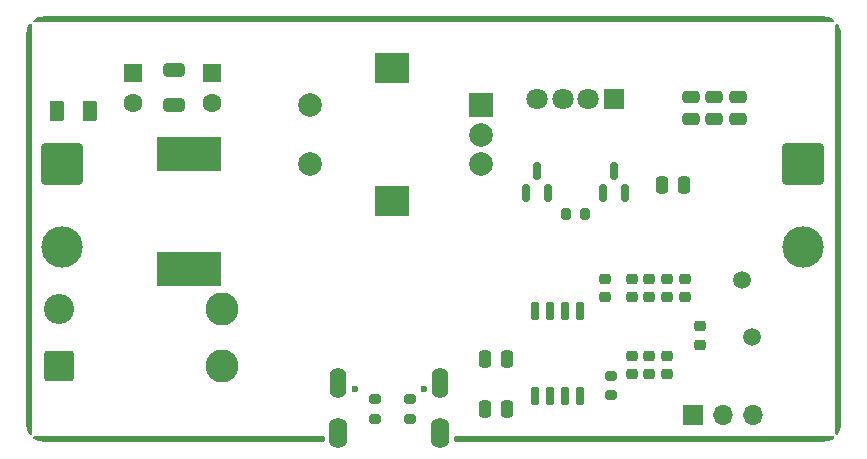
<source format=gbr>
%TF.GenerationSoftware,KiCad,Pcbnew,7.0.10-7.0.10~ubuntu22.04.1*%
%TF.CreationDate,2024-06-22T11:50:55+05:30*%
%TF.ProjectId,Light-CC,4c696768-742d-4434-932e-6b696361645f,rev?*%
%TF.SameCoordinates,PX4c4b400PY7270e00*%
%TF.FileFunction,Soldermask,Bot*%
%TF.FilePolarity,Negative*%
%FSLAX46Y46*%
G04 Gerber Fmt 4.6, Leading zero omitted, Abs format (unit mm)*
G04 Created by KiCad (PCBNEW 7.0.10-7.0.10~ubuntu22.04.1) date 2024-06-22 11:50:55*
%MOMM*%
%LPD*%
G01*
G04 APERTURE LIST*
G04 Aperture macros list*
%AMRoundRect*
0 Rectangle with rounded corners*
0 $1 Rounding radius*
0 $2 $3 $4 $5 $6 $7 $8 $9 X,Y pos of 4 corners*
0 Add a 4 corners polygon primitive as box body*
4,1,4,$2,$3,$4,$5,$6,$7,$8,$9,$2,$3,0*
0 Add four circle primitives for the rounded corners*
1,1,$1+$1,$2,$3*
1,1,$1+$1,$4,$5*
1,1,$1+$1,$6,$7*
1,1,$1+$1,$8,$9*
0 Add four rect primitives between the rounded corners*
20,1,$1+$1,$2,$3,$4,$5,0*
20,1,$1+$1,$4,$5,$6,$7,0*
20,1,$1+$1,$6,$7,$8,$9,0*
20,1,$1+$1,$8,$9,$2,$3,0*%
G04 Aperture macros list end*
%ADD10R,1.600000X1.600000*%
%ADD11C,1.600000*%
%ADD12R,1.700000X1.700000*%
%ADD13O,1.700000X1.700000*%
%ADD14C,0.600000*%
%ADD15O,1.400000X2.600000*%
%ADD16O,1.600000X2.600000*%
%ADD17RoundRect,0.250002X-1.499998X1.499998X-1.499998X-1.499998X1.499998X-1.499998X1.499998X1.499998X0*%
%ADD18C,3.500000*%
%ADD19C,2.800000*%
%ADD20RoundRect,0.249999X1.025001X-1.025001X1.025001X1.025001X-1.025001X1.025001X-1.025001X-1.025001X0*%
%ADD21C,2.550000*%
%ADD22RoundRect,0.225000X0.250000X-0.225000X0.250000X0.225000X-0.250000X0.225000X-0.250000X-0.225000X0*%
%ADD23RoundRect,0.150000X0.150000X-0.650000X0.150000X0.650000X-0.150000X0.650000X-0.150000X-0.650000X0*%
%ADD24RoundRect,0.250000X0.475000X-0.250000X0.475000X0.250000X-0.475000X0.250000X-0.475000X-0.250000X0*%
%ADD25RoundRect,0.250000X0.250000X0.475000X-0.250000X0.475000X-0.250000X-0.475000X0.250000X-0.475000X0*%
%ADD26RoundRect,0.250000X0.375000X0.625000X-0.375000X0.625000X-0.375000X-0.625000X0.375000X-0.625000X0*%
%ADD27RoundRect,0.225000X-0.250000X0.225000X-0.250000X-0.225000X0.250000X-0.225000X0.250000X0.225000X0*%
%ADD28RoundRect,0.150000X0.150000X-0.587500X0.150000X0.587500X-0.150000X0.587500X-0.150000X-0.587500X0*%
%ADD29RoundRect,0.250000X-0.250000X-0.475000X0.250000X-0.475000X0.250000X0.475000X-0.250000X0.475000X0*%
%ADD30RoundRect,0.250000X-0.650000X0.325000X-0.650000X-0.325000X0.650000X-0.325000X0.650000X0.325000X0*%
%ADD31R,2.000000X2.000000*%
%ADD32C,2.000000*%
%ADD33R,3.000000X2.500000*%
%ADD34RoundRect,0.200000X-0.275000X0.200000X-0.275000X-0.200000X0.275000X-0.200000X0.275000X0.200000X0*%
%ADD35RoundRect,0.200000X0.275000X-0.200000X0.275000X0.200000X-0.275000X0.200000X-0.275000X-0.200000X0*%
%ADD36R,1.800000X1.800000*%
%ADD37C,1.800000*%
%ADD38R,5.400000X2.900000*%
%ADD39C,1.500000*%
%ADD40RoundRect,0.200000X0.200000X0.275000X-0.200000X0.275000X-0.200000X-0.275000X0.200000X-0.275000X0*%
G04 APERTURE END LIST*
D10*
%TO.C,C8*%
X9000000Y31205112D03*
D11*
X9000000Y28705112D03*
%TD*%
D12*
%TO.C,J4*%
X56460000Y2250000D03*
D13*
X59000000Y2250000D03*
X61540000Y2250000D03*
%TD*%
D14*
%TO.C,J5*%
X27860000Y4450000D03*
X33640000Y4450000D03*
D15*
X26430000Y4930000D03*
D16*
X26430000Y760000D03*
D15*
X35070000Y4930000D03*
D16*
X35070000Y760000D03*
%TD*%
D10*
%TO.C,C7*%
X15750000Y31205112D03*
D11*
X15750000Y28705112D03*
%TD*%
D17*
%TO.C,J3*%
X3000000Y23500000D03*
D18*
X3000000Y16500000D03*
%TD*%
D17*
%TO.C,J1*%
X65750000Y23500000D03*
D18*
X65750000Y16500000D03*
%TD*%
D19*
%TO.C,J2*%
X16590000Y6450000D03*
X16590000Y11250000D03*
D20*
X2790000Y6450000D03*
D21*
X2790000Y11250000D03*
%TD*%
D22*
%TO.C,C19*%
X51250000Y5725000D03*
X51250000Y7275000D03*
%TD*%
D23*
%TO.C,U2*%
X46905000Y3900000D03*
X45635000Y3900000D03*
X44365000Y3900000D03*
X43095000Y3900000D03*
X43095000Y11100000D03*
X44365000Y11100000D03*
X45635000Y11100000D03*
X46905000Y11100000D03*
%TD*%
D24*
%TO.C,C2*%
X58250000Y27300000D03*
X58250000Y29200000D03*
%TD*%
D25*
%TO.C,C20*%
X40700000Y7000000D03*
X38800000Y7000000D03*
%TD*%
D26*
%TO.C,F1*%
X5400000Y28000000D03*
X2600000Y28000000D03*
%TD*%
D27*
%TO.C,C10*%
X51250000Y13775000D03*
X51250000Y12225000D03*
%TD*%
%TO.C,C18*%
X55750000Y13775000D03*
X55750000Y12225000D03*
%TD*%
D28*
%TO.C,Q4*%
X50700000Y21062500D03*
X48800000Y21062500D03*
X49750000Y22937500D03*
%TD*%
D27*
%TO.C,C14*%
X57000000Y9775000D03*
X57000000Y8225000D03*
%TD*%
D29*
%TO.C,C3*%
X53800000Y21750000D03*
X55700000Y21750000D03*
%TD*%
D30*
%TO.C,C9*%
X12500000Y31450000D03*
X12500000Y28500000D03*
%TD*%
D27*
%TO.C,C16*%
X52750000Y13775000D03*
X52750000Y12225000D03*
%TD*%
%TO.C,C17*%
X54250000Y13775000D03*
X54250000Y12225000D03*
%TD*%
D24*
%TO.C,C1*%
X60250000Y27300000D03*
X60250000Y29200000D03*
%TD*%
D31*
%TO.C,SW1*%
X38500000Y28500000D03*
D32*
X38500000Y23500000D03*
X38500000Y26000000D03*
D33*
X31000000Y20400000D03*
X31000000Y31600000D03*
D32*
X24000000Y28500000D03*
X24000000Y23500000D03*
%TD*%
D34*
%TO.C,R6*%
X29500000Y3575000D03*
X29500000Y1925000D03*
%TD*%
D22*
%TO.C,C13*%
X49000000Y12225000D03*
X49000000Y13775000D03*
%TD*%
D35*
%TO.C,R4*%
X49500000Y3925000D03*
X49500000Y5575000D03*
%TD*%
D36*
%TO.C,D3*%
X49740000Y29000000D03*
D37*
X47581000Y29000000D03*
X45422000Y29000000D03*
X43263000Y29000000D03*
%TD*%
D38*
%TO.C,L1*%
X13750000Y24350000D03*
X13750000Y14650000D03*
%TD*%
D29*
%TO.C,C15*%
X38800000Y2750000D03*
X40700000Y2750000D03*
%TD*%
D39*
%TO.C,Y1*%
X60574562Y13662779D03*
X61421965Y8856917D03*
%TD*%
D22*
%TO.C,C22*%
X54250000Y5725000D03*
X54250000Y7275000D03*
%TD*%
D40*
%TO.C,R11*%
X47325000Y19250000D03*
X45675000Y19250000D03*
%TD*%
D34*
%TO.C,R7*%
X32500000Y3575000D03*
X32500000Y1925000D03*
%TD*%
D28*
%TO.C,Q6*%
X44200000Y21062500D03*
X42300000Y21062500D03*
X43250000Y22937500D03*
%TD*%
D24*
%TO.C,C4*%
X56250000Y27300000D03*
X56250000Y29200000D03*
%TD*%
D22*
%TO.C,C21*%
X52750000Y5725000D03*
X52750000Y7275000D03*
%TD*%
G36*
X455177Y35385879D02*
G01*
X494202Y35327924D01*
X500000Y35290449D01*
X500000Y709552D01*
X480315Y642513D01*
X427511Y596758D01*
X358353Y586814D01*
X294797Y615839D01*
X270273Y644762D01*
X168590Y810692D01*
X159756Y828029D01*
X77149Y1027459D01*
X71136Y1045965D01*
X20745Y1255858D01*
X17701Y1275077D01*
X382Y1495148D01*
X0Y1504876D01*
X0Y34495125D01*
X382Y34504853D01*
X17701Y34724924D01*
X20745Y34744143D01*
X71136Y34954036D01*
X77149Y34972542D01*
X159756Y35171972D01*
X168590Y35189309D01*
X270273Y35355239D01*
X322085Y35402114D01*
X391015Y35413537D01*
X455177Y35385879D01*
G37*
G36*
X68357488Y480315D02*
G01*
X68403243Y427511D01*
X68413187Y358353D01*
X68384162Y294797D01*
X68355239Y270272D01*
X68189308Y168590D01*
X68171971Y159757D01*
X67972541Y77150D01*
X67954035Y71137D01*
X67744142Y20746D01*
X67724924Y17702D01*
X67504854Y382D01*
X67495125Y0D01*
X36374000Y0D01*
X36306961Y19685D01*
X36261206Y72489D01*
X36250000Y124000D01*
X36250000Y376000D01*
X36269685Y443039D01*
X36322489Y488794D01*
X36374000Y500000D01*
X68290449Y500000D01*
X68357488Y480315D01*
G37*
G36*
X25193039Y480315D02*
G01*
X25238794Y427511D01*
X25250000Y376000D01*
X25250000Y124000D01*
X25230315Y56961D01*
X25177511Y11206D01*
X25126000Y0D01*
X1504875Y0D01*
X1495146Y382D01*
X1275075Y17702D01*
X1255857Y20746D01*
X1045964Y71137D01*
X1027458Y77150D01*
X828028Y159757D01*
X810691Y168591D01*
X644761Y270273D01*
X597886Y322084D01*
X586463Y391014D01*
X614120Y455177D01*
X672076Y494202D01*
X709551Y500000D01*
X25126000Y500000D01*
X25193039Y480315D01*
G37*
G36*
X68705203Y35384162D02*
G01*
X68729727Y35355239D01*
X68831409Y35189309D01*
X68840243Y35171972D01*
X68922850Y34972542D01*
X68928863Y34954036D01*
X68979254Y34744143D01*
X68982298Y34724925D01*
X68999618Y34504854D01*
X69000000Y34495125D01*
X69000000Y1504876D01*
X68999618Y1495147D01*
X68982298Y1275076D01*
X68979254Y1255858D01*
X68928863Y1045965D01*
X68922850Y1027459D01*
X68840243Y828029D01*
X68831409Y810692D01*
X68729727Y644762D01*
X68677916Y597887D01*
X68608986Y586464D01*
X68544823Y614121D01*
X68505798Y672077D01*
X68500000Y709552D01*
X68500000Y35290449D01*
X68519685Y35357488D01*
X68572489Y35403243D01*
X68641647Y35413187D01*
X68705203Y35384162D01*
G37*
G36*
X67504853Y35999618D02*
G01*
X67724923Y35982299D01*
X67744142Y35979255D01*
X67954035Y35928864D01*
X67972541Y35922851D01*
X68171971Y35840244D01*
X68189308Y35831410D01*
X68355239Y35729727D01*
X68402114Y35677915D01*
X68413537Y35608986D01*
X68385880Y35544823D01*
X68327924Y35505798D01*
X68290449Y35500000D01*
X709551Y35500000D01*
X642512Y35519685D01*
X596757Y35572489D01*
X586813Y35641647D01*
X615838Y35705203D01*
X644761Y35729727D01*
X810691Y35831410D01*
X828028Y35840244D01*
X1027458Y35922851D01*
X1045964Y35928864D01*
X1255857Y35979255D01*
X1275076Y35982299D01*
X1495147Y35999618D01*
X1504875Y36000000D01*
X67495125Y36000000D01*
X67504853Y35999618D01*
G37*
M02*

</source>
